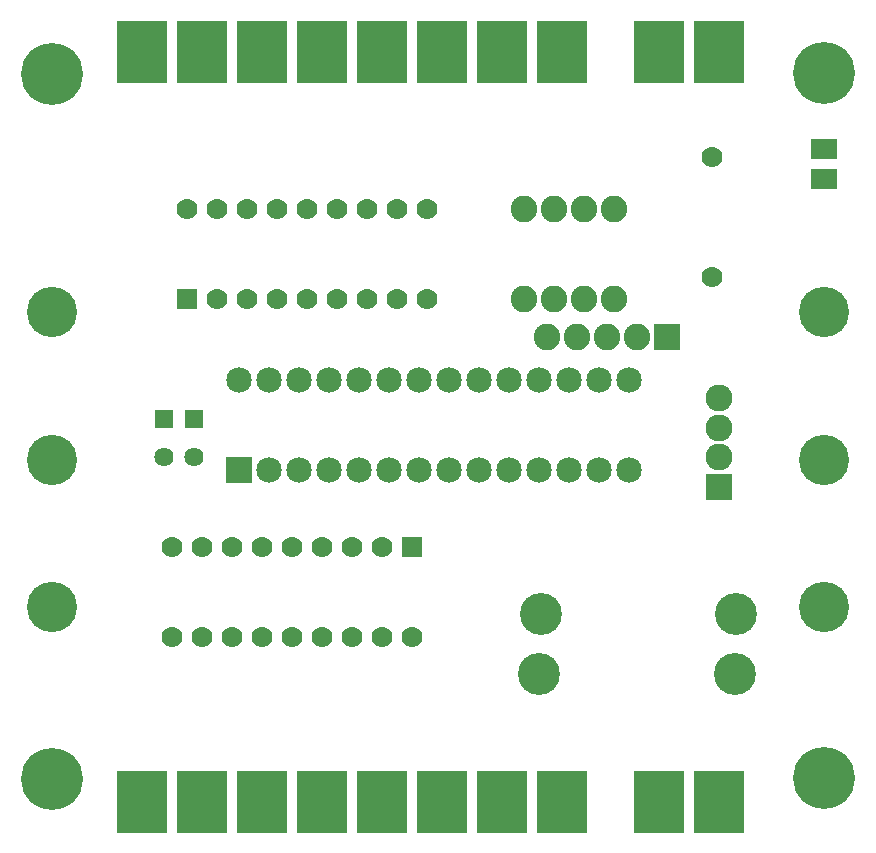
<source format=gbr>
G04 EasyPC Gerber Version 20.0.2 Build 4112 *
G04 #@! TF.Part,Single*
G04 #@! TF.FileFunction,Soldermask,Bot *
%FSLAX35Y35*%
%MOIN*%
G04 #@! TA.AperFunction,SMDPad*
%ADD128R,0.16748X0.20685*%
G04 #@! TA.AperFunction,ComponentPad*
%ADD118R,0.06400X0.06400*%
%ADD140R,0.07000X0.07000*%
%ADD135R,0.08500X0.08500*%
%ADD124R,0.08874X0.08874*%
%ADD121R,0.09000X0.09000*%
%ADD119C,0.06400*%
G04 #@! TD.AperFunction*
%ADD27C,0.07000*%
G04 #@! TA.AperFunction,ComponentPad*
%ADD136C,0.08500*%
%ADD123C,0.08874*%
%ADD122C,0.09000*%
%ADD126C,0.13992*%
%ADD144C,0.16748*%
G04 #@! TA.AperFunction,SMDPad*
%ADD129R,0.09000X0.07000*%
G04 #@! TA.AperFunction,WasherPad*
%ADD134C,0.20685*%
X0Y0D02*
D02*
D27*
X60250Y70250D03*
Y100250D03*
X65250Y212750D03*
X70250Y70250D03*
Y100250D03*
X75250Y182750D03*
Y212750D03*
X80250Y70250D03*
Y100250D03*
X85250Y182750D03*
Y212750D03*
X90250Y70250D03*
Y100250D03*
X95250Y182750D03*
Y212750D03*
X100250Y70250D03*
Y100250D03*
X105250Y182750D03*
Y212750D03*
X110250Y70250D03*
Y100250D03*
X115250Y182750D03*
Y212750D03*
X120250Y70250D03*
Y100250D03*
X125250Y182750D03*
Y212750D03*
X130250Y70250D03*
Y100250D03*
X135250Y182750D03*
Y212750D03*
X140250Y70250D03*
X145250Y182750D03*
Y212750D03*
X240250Y190250D03*
Y230250D03*
D02*
D118*
X57750Y142750D03*
X67750D03*
D02*
D119*
X57750Y130250D03*
X67750D03*
D02*
D121*
X242750Y120250D03*
D02*
D122*
Y130093D03*
Y139935D03*
Y149778D03*
D02*
D123*
X177533Y182750D03*
Y212750D03*
X185250Y170250D03*
X187533Y182750D03*
Y212750D03*
X195250Y170250D03*
X197533Y182750D03*
Y212750D03*
X205250Y170250D03*
X207533Y182750D03*
Y212750D03*
X215250Y170250D03*
D02*
D124*
X225250D03*
D02*
D126*
X182750Y57750D03*
X183211Y77750D03*
X247789Y57750D03*
X248250Y77750D03*
D02*
D128*
X50250Y15250D03*
Y265289D03*
X70250Y15250D03*
Y265289D03*
X90250Y15250D03*
Y265289D03*
X110250Y15250D03*
Y265289D03*
X130250Y15250D03*
Y265289D03*
X150250Y15250D03*
Y265289D03*
X170250Y15250D03*
Y265289D03*
X190250Y15250D03*
Y265289D03*
X222750Y15250D03*
Y265250D03*
X242750Y15250D03*
Y265250D03*
D02*
D129*
X277750Y222750D03*
Y232750D03*
D02*
D134*
X20250Y22750D03*
Y257750D03*
X277750Y23118D03*
Y258118D03*
D02*
D135*
X82750Y125950D03*
D02*
D136*
Y155950D03*
X92750Y125950D03*
Y155950D03*
X102750Y125950D03*
Y155950D03*
X112750Y125950D03*
Y155950D03*
X122750Y125950D03*
Y155950D03*
X132750Y125950D03*
Y155950D03*
X142750Y125950D03*
Y155950D03*
X152750Y125950D03*
Y155950D03*
X162750Y125950D03*
Y155950D03*
X172750Y125950D03*
Y155950D03*
X182750Y125950D03*
Y155950D03*
X192750Y125950D03*
Y155950D03*
X202750Y125950D03*
Y155950D03*
X212750Y125950D03*
Y155950D03*
D02*
D140*
X65250Y182750D03*
X140250Y100250D03*
D02*
D144*
X20250Y80073D03*
Y129285D03*
Y178498D03*
X277750Y80073D03*
Y129285D03*
Y178498D03*
X0Y0D02*
M02*

</source>
